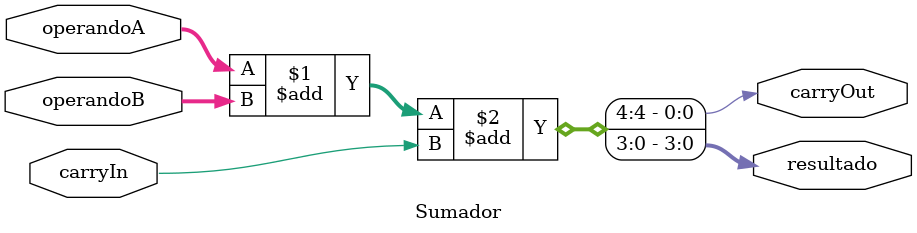
<source format=sv>
module Sumador(operandoA, operandoB, resultado, carryIn, carryOut);
	parameter ancho = 'd3;
	input [ancho:0] operandoA;
	input [ancho:0] operandoB;
	output [ancho:0] resultado;
	
	input carryIn;
	output carryOut;
	
	assign {carryOut, resultado} = operandoA + operandoB + carryIn;
	
endmodule 
</source>
